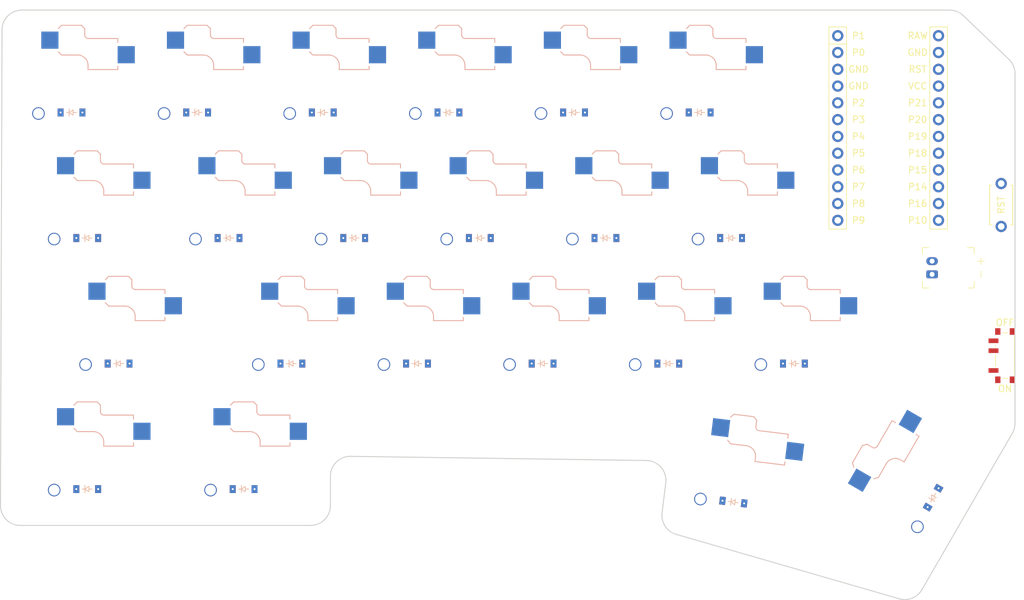
<source format=kicad_pcb>
(kicad_pcb (version 20240108) (generator "ergogen") (generator_version "4.2.1")
  (title_block (title "left_pcb") (date "2026-02-01") (rev "v1.0.0") (company "Unknown"))
  (layers (0 "F.Cu" signal) (31 "B.Cu" signal) (34 "B.Paste" user) (35 "F.Paste" user) (36 "B.SilkS" user "B.Silkscreen") (37 "F.SilkS" user "F.Silkscreen") (38 "B.Mask" user) (39 "F.Mask" user) (44 "Edge.Cuts" user))
  (net 0 "")
  (net 1 "P0")
  (net 2 "esc_default")
  (net 3 "GND")
  (net 4 "D1")
  (net 5 "D2")
  (net 6 "P1")
  (net 7 "q_default")
  (net 8 "P2")
  (net 9 "w_default")
  (net 10 "P3")
  (net 11 "e_default")
  (net 12 "P4")
  (net 13 "r_default")
  (net 14 "P5")
  (net 15 "t_default")
  (net 16 "tab_default")
  (net 17 "a_default")
  (net 18 "s_default")
  (net 19 "d_default")
  (net 20 "f_default")
  (net 21 "g_default")
  (net 22 "lshift_default")
  (net 23 "z_default")
  (net 24 "x_default")
  (net 25 "c_default")
  (net 26 "v_default")
  (net 27 "b_default")
  (net 28 "lctrl_default")
  (net 29 "super_default")
  (net 30 "lower_default")
  (net 31 "space_default")
  (net 32 "P6")
  (net 33 "P7")
  (net 34 "P8")
  (net 35 "P9")
  (net 36 "RAW")
  (net 37 "RST")
  (net 38 "VCC")
  (net 39 "P21")
  (net 40 "P20")
  (net 41 "P19")
  (net 42 "P18")
  (net 43 "P15")
  (net 44 "P14")
  (net 45 "P16")
  (net 46 "P10")
  (net 47 "P101")
  (net 48 "P102")
  (net 49 "P107")
  (net 50 "MCU1_24")
  (net 51 "MCU1_1")
  (net 52 "MCU1_23")
  (net 53 "MCU1_2")
  (net 54 "MCU1_22")
  (net 55 "MCU1_3")
  (net 56 "MCU1_21")
  (net 57 "MCU1_4")
  (net 58 "MCU1_20")
  (net 59 "MCU1_5")
  (net 60 "MCU1_19")
  (net 61 "MCU1_6")
  (net 62 "MCU1_18")
  (net 63 "MCU1_7")
  (net 64 "MCU1_17")
  (net 65 "MCU1_8")
  (net 66 "MCU1_16")
  (net 67 "MCU1_9")
  (net 68 "MCU1_15")
  (net 69 "MCU1_10")
  (net 70 "MCU1_14")
  (net 71 "MCU1_11")
  (net 72 "MCU1_13")
  (net 73 "MCU1_12")
  (net 74 "BAT_P")
  (net 75 "JST1_1")
  (net 76 "JST1_2")
  (footprint "ceoloide:switch_choc_v1_v2" (layer "B.Cu") (at 109.5 100 0)
    (property "Reference" "S1" hide)
    (pad "" np_thru_hole circle (at 0 0 0) (size 5 5) (drill 5) (layers "*.Cu" "*.Mask"))
    (pad "" np_thru_hole circle (at 5.5 0 0) (size 1.9 1.9) (drill 1.9) (layers "*.Cu" "*.Mask"))
    (pad "" np_thru_hole circle (at -5.5 0 0) (size 1.9 1.9) (drill 1.9) (layers "*.Cu" "*.Mask"))
    (pad "" thru_hole circle (at -5.00 5.15 0) (size 1.9 1.9) (drill 1.6) (layers "*.Cu" "*.Mask"))
    (pad "" np_thru_hole circle (at 0 -5.95 0) (size 3 3) (drill 3) (layers "*.Cu" "*.Mask"))
    (pad "1" smd rect (at -3.275 -5.95 0) (size 2.6 2.6) (layers "B.Cu" "B.Paste" "B.Mask") (net 1 "P0"))
    (pad "2" smd rect (at 8.275 -3.75 0) (size 2.6 2.6) (layers "B.Cu" "B.Paste" "B.Mask") (net 2 "esc_default"))
    (pad "" np_thru_hole circle (at 5 -3.75 195) (size 3 3) (drill 3) (layers "*.Cu" "*.Mask"))
  )
  (footprint "ceoloide:switch_choc_v1_v2" (layer "B.Cu") (at 128.5 100 0)
    (property "Reference" "S2" hide)
    (pad "" np_thru_hole circle (at 0 0 0) (size 5 5) (drill 5) (layers "*.Cu" "*.Mask"))
    (pad "" np_thru_hole circle (at 5.5 0 0) (size 1.9 1.9) (drill 1.9) (layers "*.Cu" "*.Mask"))
    (pad "" np_thru_hole circle (at -5.5 0 0) (size 1.9 1.9) (drill 1.9) (layers "*.Cu" "*.Mask"))
    (pad "" thru_hole circle (at -5.00 5.15 0) (size 1.9 1.9) (drill 1.6) (layers "*.Cu" "*.Mask"))
    (pad "" np_thru_hole circle (at 0 -5.95 0) (size 3 3) (drill 3) (layers "*.Cu" "*.Mask"))
    (pad "1" smd rect (at -3.275 -5.95 0) (size 2.6 2.6) (layers "B.Cu" "B.Paste" "B.Mask") (net 6 "P1"))
    (pad "2" smd rect (at 8.275 -3.75 0) (size 2.6 2.6) (layers "B.Cu" "B.Paste" "B.Mask") (net 7 "q_default"))
    (pad "" np_thru_hole circle (at 5 -3.75 195) (size 3 3) (drill 3) (layers "*.Cu" "*.Mask"))
  )
  (footprint "ceoloide:switch_choc_v1_v2" (layer "B.Cu") (at 147.5 100 0)
    (property "Reference" "S3" hide)
    (pad "" np_thru_hole circle (at 0 0 0) (size 5 5) (drill 5) (layers "*.Cu" "*.Mask"))
    (pad "" np_thru_hole circle (at 5.5 0 0) (size 1.9 1.9) (drill 1.9) (layers "*.Cu" "*.Mask"))
    (pad "" np_thru_hole circle (at -5.5 0 0) (size 1.9 1.9) (drill 1.9) (layers "*.Cu" "*.Mask"))
    (pad "" thru_hole circle (at -5.00 5.15 0) (size 1.9 1.9) (drill 1.6) (layers "*.Cu" "*.Mask"))
    (pad "" np_thru_hole circle (at 0 -5.95 0) (size 3 3) (drill 3) (layers "*.Cu" "*.Mask"))
    (pad "1" smd rect (at -3.275 -5.95 0) (size 2.6 2.6) (layers "B.Cu" "B.Paste" "B.Mask") (net 8 "P2"))
    (pad "2" smd rect (at 8.275 -3.75 0) (size 2.6 2.6) (layers "B.Cu" "B.Paste" "B.Mask") (net 9 "w_default"))
    (pad "" np_thru_hole circle (at 5 -3.75 195) (size 3 3) (drill 3) (layers "*.Cu" "*.Mask"))
  )
  (footprint "ceoloide:switch_choc_v1_v2" (layer "B.Cu") (at 166.5 100 0)
    (property "Reference" "S4" hide)
    (pad "" np_thru_hole circle (at 0 0 0) (size 5 5) (drill 5) (layers "*.Cu" "*.Mask"))
    (pad "" np_thru_hole circle (at 5.5 0 0) (size 1.9 1.9) (drill 1.9) (layers "*.Cu" "*.Mask"))
    (pad "" np_thru_hole circle (at -5.5 0 0) (size 1.9 1.9) (drill 1.9) (layers "*.Cu" "*.Mask"))
    (pad "" thru_hole circle (at -5.00 5.15 0) (size 1.9 1.9) (drill 1.6) (layers "*.Cu" "*.Mask"))
    (pad "" np_thru_hole circle (at 0 -5.95 0) (size 3 3) (drill 3) (layers "*.Cu" "*.Mask"))
    (pad "1" smd rect (at -3.275 -5.95 0) (size 2.6 2.6) (layers "B.Cu" "B.Paste" "B.Mask") (net 10 "P3"))
    (pad "2" smd rect (at 8.275 -3.75 0) (size 2.6 2.6) (layers "B.Cu" "B.Paste" "B.Mask") (net 11 "e_default"))
    (pad "" np_thru_hole circle (at 5 -3.75 195) (size 3 3) (drill 3) (layers "*.Cu" "*.Mask"))
  )
  (footprint "ceoloide:switch_choc_v1_v2" (layer "B.Cu") (at 185.5 100 0)
    (property "Reference" "S5" hide)
    (pad "" np_thru_hole circle (at 0 0 0) (size 5 5) (drill 5) (layers "*.Cu" "*.Mask"))
    (pad "" np_thru_hole circle (at 5.5 0 0) (size 1.9 1.9) (drill 1.9) (layers "*.Cu" "*.Mask"))
    (pad "" np_thru_hole circle (at -5.5 0 0) (size 1.9 1.9) (drill 1.9) (layers "*.Cu" "*.Mask"))
    (pad "" thru_hole circle (at -5.00 5.15 0) (size 1.9 1.9) (drill 1.6) (layers "*.Cu" "*.Mask"))
    (pad "" np_thru_hole circle (at 0 -5.95 0) (size 3 3) (drill 3) (layers "*.Cu" "*.Mask"))
    (pad "1" smd rect (at -3.275 -5.95 0) (size 2.6 2.6) (layers "B.Cu" "B.Paste" "B.Mask") (net 12 "P4"))
    (pad "2" smd rect (at 8.275 -3.75 0) (size 2.6 2.6) (layers "B.Cu" "B.Paste" "B.Mask") (net 13 "r_default"))
    (pad "" np_thru_hole circle (at 5 -3.75 195) (size 3 3) (drill 3) (layers "*.Cu" "*.Mask"))
  )
  (footprint "ceoloide:switch_choc_v1_v2" (layer "B.Cu") (at 204.5 100 0)
    (property "Reference" "S6" hide)
    (pad "" np_thru_hole circle (at 0 0 0) (size 5 5) (drill 5) (layers "*.Cu" "*.Mask"))
    (pad "" np_thru_hole circle (at 5.5 0 0) (size 1.9 1.9) (drill 1.9) (layers "*.Cu" "*.Mask"))
    (pad "" np_thru_hole circle (at -5.5 0 0) (size 1.9 1.9) (drill 1.9) (layers "*.Cu" "*.Mask"))
    (pad "" thru_hole circle (at -5.00 5.15 0) (size 1.9 1.9) (drill 1.6) (layers "*.Cu" "*.Mask"))
    (pad "" np_thru_hole circle (at 0 -5.95 0) (size 3 3) (drill 3) (layers "*.Cu" "*.Mask"))
    (pad "1" smd rect (at -3.275 -5.95 0) (size 2.6 2.6) (layers "B.Cu" "B.Paste" "B.Mask") (net 14 "P5"))
    (pad "2" smd rect (at 8.275 -3.75 0) (size 2.6 2.6) (layers "B.Cu" "B.Paste" "B.Mask") (net 15 "t_default"))
    (pad "" np_thru_hole circle (at 5 -3.75 195) (size 3 3) (drill 3) (layers "*.Cu" "*.Mask"))
  )
  (footprint "ceoloide:switch_choc_v1_v2" (layer "B.Cu") (at 111.875 119 0)
    (property "Reference" "S7" hide)
    (pad "" np_thru_hole circle (at 0 0 0) (size 5 5) (drill 5) (layers "*.Cu" "*.Mask"))
    (pad "" np_thru_hole circle (at 5.5 0 0) (size 1.9 1.9) (drill 1.9) (layers "*.Cu" "*.Mask"))
    (pad "" np_thru_hole circle (at -5.5 0 0) (size 1.9 1.9) (drill 1.9) (layers "*.Cu" "*.Mask"))
    (pad "" thru_hole circle (at -5.00 5.15 0) (size 1.9 1.9) (drill 1.6) (layers "*.Cu" "*.Mask"))
    (pad "" np_thru_hole circle (at 0 -5.95 0) (size 3 3) (drill 3) (layers "*.Cu" "*.Mask"))
    (pad "1" smd rect (at -3.275 -5.95 0) (size 2.6 2.6) (layers "B.Cu" "B.Paste" "B.Mask") (net 1 "P0"))
    (pad "2" smd rect (at 8.275 -3.75 0) (size 2.6 2.6) (layers "B.Cu" "B.Paste" "B.Mask") (net 16 "tab_default"))
    (pad "" np_thru_hole circle (at 5 -3.75 195) (size 3 3) (drill 3) (layers "*.Cu" "*.Mask"))
  )
  (footprint "ceoloide:switch_choc_v1_v2" (layer "B.Cu") (at 133.25 119 0)
    (property "Reference" "S8" hide)
    (pad "" np_thru_hole circle (at 0 0 0) (size 5 5) (drill 5) (layers "*.Cu" "*.Mask"))
    (pad "" np_thru_hole circle (at 5.5 0 0) (size 1.9 1.9) (drill 1.9) (layers "*.Cu" "*.Mask"))
    (pad "" np_thru_hole circle (at -5.5 0 0) (size 1.9 1.9) (drill 1.9) (layers "*.Cu" "*.Mask"))
    (pad "" thru_hole circle (at -5.00 5.15 0) (size 1.9 1.9) (drill 1.6) (layers "*.Cu" "*.Mask"))
    (pad "" np_thru_hole circle (at 0 -5.95 0) (size 3 3) (drill 3) (layers "*.Cu" "*.Mask"))
    (pad "1" smd rect (at -3.275 -5.95 0) (size 2.6 2.6) (layers "B.Cu" "B.Paste" "B.Mask") (net 6 "P1"))
    (pad "2" smd rect (at 8.275 -3.75 0) (size 2.6 2.6) (layers "B.Cu" "B.Paste" "B.Mask") (net 17 "a_default"))
    (pad "" np_thru_hole circle (at 5 -3.75 195) (size 3 3) (drill 3) (layers "*.Cu" "*.Mask"))
  )
  (footprint "ceoloide:switch_choc_v1_v2" (layer "B.Cu") (at 152.25 119 0)
    (property "Reference" "S9" hide)
    (pad "" np_thru_hole circle (at 0 0 0) (size 5 5) (drill 5) (layers "*.Cu" "*.Mask"))
    (pad "" np_thru_hole circle (at 5.5 0 0) (size 1.9 1.9) (drill 1.9) (layers "*.Cu" "*.Mask"))
    (pad "" np_thru_hole circle (at -5.5 0 0) (size 1.9 1.9) (drill 1.9) (layers "*.Cu" "*.Mask"))
    (pad "" thru_hole circle (at -5.00 5.15 0) (size 1.9 1.9) (drill 1.6) (layers "*.Cu" "*.Mask"))
    (pad "" np_thru_hole circle (at 0 -5.95 0) (size 3 3) (drill 3) (layers "*.Cu" "*.Mask"))
    (pad "1" smd rect (at -3.275 -5.95 0) (size 2.6 2.6) (layers "B.Cu" "B.Paste" "B.Mask") (net 8 "P2"))
    (pad "2" smd rect (at 8.275 -3.75 0) (size 2.6 2.6) (layers "B.Cu" "B.Paste" "B.Mask") (net 18 "s_default"))
    (pad "" np_thru_hole circle (at 5 -3.75 195) (size 3 3) (drill 3) (layers "*.Cu" "*.Mask"))
  )
  (footprint "ceoloide:switch_choc_v1_v2" (layer "B.Cu") (at 171.25 119 0)
    (property "Reference" "S10" hide)
    (pad "" np_thru_hole circle (at 0 0 0) (size 5 5) (drill 5) (layers "*.Cu" "*.Mask"))
    (pad "" np_thru_hole circle (at 5.5 0 0) (size 1.9 1.9) (drill 1.9) (layers "*.Cu" "*.Mask"))
    (pad "" np_thru_hole circle (at -5.5 0 0) (size 1.9 1.9) (drill 1.9) (layers "*.Cu" "*.Mask"))
    (pad "" thru_hole circle (at -5.00 5.15 0) (size 1.9 1.9) (drill 1.6) (layers "*.Cu" "*.Mask"))
    (pad "" np_thru_hole circle (at 0 -5.95 0) (size 3 3) (drill 3) (layers "*.Cu" "*.Mask"))
    (pad "1" smd rect (at -3.275 -5.95 0) (size 2.6 2.6) (layers "B.Cu" "B.Paste" "B.Mask") (net 10 "P3"))
    (pad "2" smd rect (at 8.275 -3.75 0) (size 2.6 2.6) (layers "B.Cu" "B.Paste" "B.Mask") (net 19 "d_default"))
    (pad "" np_thru_hole circle (at 5 -3.75 195) (size 3 3) (drill 3) (layers "*.Cu" "*.Mask"))
  )
  (footprint "ceoloide:switch_choc_v1_v2" (layer "B.Cu") (at 190.25 119 0)
    (property "Reference" "S11" hide)
    (pad "" np_thru_hole circle (at 0 0 0) (size 5 5) (drill 5) (layers "*.Cu" "*.Mask"))
    (pad "" np_thru_hole circle (at 5.5 0 0) (size 1.9 1.9) (drill 1.9) (layers "*.Cu" "*.Mask"))
    (pad "" np_thru_hole circle (at -5.5 0 0) (size 1.9 1.9) (drill 1.9) (layers "*.Cu" "*.Mask"))
    (pad "" thru_hole circle (at -5.00 5.15 0) (size 1.9 1.9) (drill 1.6) (layers "*.Cu" "*.Mask"))
    (pad "" np_thru_hole circle (at 0 -5.95 0) (size 3 3) (drill 3) (layers "*.Cu" "*.Mask"))
    (pad "1" smd rect (at -3.275 -5.95 0) (size 2.6 2.6) (layers "B.Cu" "B.Paste" "B.Mask") (net 12 "P4"))
    (pad "2" smd rect (at 8.275 -3.75 0) (size 2.6 2.6) (layers "B.Cu" "B.Paste" "B.Mask") (net 20 "f_default"))
    (pad "" np_thru_hole circle (at 5 -3.75 195) (size 3 3) (drill 3) (layers "*.Cu" "*.Mask"))
  )
  (footprint "ceoloide:switch_choc_v1_v2" (layer "B.Cu") (at 209.25 119 0)
    (property "Reference" "S12" hide)
    (pad "" np_thru_hole circle (at 0 0 0) (size 5 5) (drill 5) (layers "*.Cu" "*.Mask"))
    (pad "" np_thru_hole circle (at 5.5 0 0) (size 1.9 1.9) (drill 1.9) (layers "*.Cu" "*.Mask"))
    (pad "" np_thru_hole circle (at -5.5 0 0) (size 1.9 1.9) (drill 1.9) (layers "*.Cu" "*.Mask"))
    (pad "" thru_hole circle (at -5.00 5.15 0) (size 1.9 1.9) (drill 1.6) (layers "*.Cu" "*.Mask"))
    (pad "" np_thru_hole circle (at 0 -5.95 0) (size 3 3) (drill 3) (layers "*.Cu" "*.Mask"))
    (pad "1" smd rect (at -3.275 -5.95 0) (size 2.6 2.6) (layers "B.Cu" "B.Paste" "B.Mask") (net 14 "P5"))
    (pad "2" smd rect (at 8.275 -3.75 0) (size 2.6 2.6) (layers "B.Cu" "B.Paste" "B.Mask") (net 21 "g_default"))
    (pad "" np_thru_hole circle (at 5 -3.75 195) (size 3 3) (drill 3) (layers "*.Cu" "*.Mask"))
  )
  (footprint "ceoloide:switch_choc_v1_v2" (layer "B.Cu") (at 116.625 138 0)
    (property "Reference" "S13" hide)
    (pad "" np_thru_hole circle (at 0 0 0) (size 5 5) (drill 5) (layers "*.Cu" "*.Mask"))
    (pad "" np_thru_hole circle (at 5.5 0 0) (size 1.9 1.9) (drill 1.9) (layers "*.Cu" "*.Mask"))
    (pad "" np_thru_hole circle (at -5.5 0 0) (size 1.9 1.9) (drill 1.9) (layers "*.Cu" "*.Mask"))
    (pad "" thru_hole circle (at -5.00 5.15 0) (size 1.9 1.9) (drill 1.6) (layers "*.Cu" "*.Mask"))
    (pad "" np_thru_hole circle (at 0 -5.95 0) (size 3 3) (drill 3) (layers "*.Cu" "*.Mask"))
    (pad "1" smd rect (at -3.275 -5.95 0) (size 2.6 2.6) (layers "B.Cu" "B.Paste" "B.Mask") (net 1 "P0"))
    (pad "2" smd rect (at 8.275 -3.75 0) (size 2.6 2.6) (layers "B.Cu" "B.Paste" "B.Mask") (net 22 "lshift_default"))
    (pad "" np_thru_hole circle (at 5 -3.75 195) (size 3 3) (drill 3) (layers "*.Cu" "*.Mask"))
  )
  (footprint "ceoloide:switch_choc_v1_v2" (layer "B.Cu") (at 142.75 138 0)
    (property "Reference" "S14" hide)
    (pad "" np_thru_hole circle (at 0 0 0) (size 5 5) (drill 5) (layers "*.Cu" "*.Mask"))
    (pad "" np_thru_hole circle (at 5.5 0 0) (size 1.9 1.9) (drill 1.9) (layers "*.Cu" "*.Mask"))
    (pad "" np_thru_hole circle (at -5.5 0 0) (size 1.9 1.9) (drill 1.9) (layers "*.Cu" "*.Mask"))
    (pad "" thru_hole circle (at -5.00 5.15 0) (size 1.9 1.9) (drill 1.6) (layers "*.Cu" "*.Mask"))
    (pad "" np_thru_hole circle (at 0 -5.95 0) (size 3 3) (drill 3) (layers "*.Cu" "*.Mask"))
    (pad "1" smd rect (at -3.275 -5.95 0) (size 2.6 2.6) (layers "B.Cu" "B.Paste" "B.Mask") (net 6 "P1"))
    (pad "2" smd rect (at 8.275 -3.75 0) (size 2.6 2.6) (layers "B.Cu" "B.Paste" "B.Mask") (net 23 "z_default"))
    (pad "" np_thru_hole circle (at 5 -3.75 195) (size 3 3) (drill 3) (layers "*.Cu" "*.Mask"))
  )
  (footprint "ceoloide:switch_choc_v1_v2" (layer "B.Cu") (at 161.75 138 0)
    (property "Reference" "S15" hide)
    (pad "" np_thru_hole circle (at 0 0 0) (size 5 5) (drill 5) (layers "*.Cu" "*.Mask"))
    (pad "" np_thru_hole circle (at 5.5 0 0) (size 1.9 1.9) (drill 1.9) (layers "*.Cu" "*.Mask"))
    (pad "" np_thru_hole circle (at -5.5 0 0) (size 1.9 1.9) (drill 1.9) (layers "*.Cu" "*.Mask"))
    (pad "" thru_hole circle (at -5.00 5.15 0) (size 1.9 1.9) (drill 1.6) (layers "*.Cu" "*.Mask"))
    (pad "" np_thru_hole circle (at 0 -5.95 0) (size 3 3) (drill 3) (layers "*.Cu" "*.Mask"))
    (pad "1" smd rect (at -3.275 -5.95 0) (size 2.6 2.6) (layers "B.Cu" "B.Paste" "B.Mask") (net 8 "P2"))
    (pad "2" smd rect (at 8.275 -3.75 0) (size 2.6 2.6) (layers "B.Cu" "B.Paste" "B.Mask") (net 24 "x_default"))
    (pad "" np_thru_hole circle (at 5 -3.75 195) (size 3 3) (drill 3) (layers "*.Cu" "*.Mask"))
  )
  (footprint "ceoloide:switch_choc_v1_v2" (layer "B.Cu") (at 180.75 138 0)
    (property "Reference" "S16" hide)
    (pad "" np_thru_hole circle (at 0 0 0) (size 5 5) (drill 5) (layers "*.Cu" "*.Mask"))
    (pad "" np_thru_hole circle (at 5.5 0 0) (size 1.9 1.9) (drill 1.9) (layers "*.Cu" "*.Mask"))
    (pad "" np_thru_hole circle (at -5.5 0 0) (size 1.9 1.9) (drill 1.9) (layers "*.Cu" "*.Mask"))
    (pad "" thru_hole circle (at -5.00 5.15 0) (size 1.9 1.9) (drill 1.6) (layers "*.Cu" "*.Mask"))
    (pad "" np_thru_hole circle (at 0 -5.95 0) (size 3 3) (drill 3) (layers "*.Cu" "*.Mask"))
    (pad "1" smd rect (at -3.275 -5.95 0) (size 2.6 2.6) (layers "B.Cu" "B.Paste" "B.Mask") (net 10 "P3"))
    (pad "2" smd rect (at 8.275 -3.75 0) (size 2.6 2.6) (layers "B.Cu" "B.Paste" "B.Mask") (net 25 "c_default"))
    (pad "" np_thru_hole circle (at 5 -3.75 195) (size 3 3) (drill 3) (layers "*.Cu" "*.Mask"))
  )
  (footprint "ceoloide:switch_choc_v1_v2" (layer "B.Cu") (at 199.75 138 0)
    (property "Reference" "S17" hide)
    (pad "" np_thru_hole circle (at 0 0 0) (size 5 5) (drill 5) (layers "*.Cu" "*.Mask"))
    (pad "" np_thru_hole circle (at 5.5 0 0) (size 1.9 1.9) (drill 1.9) (layers "*.Cu" "*.Mask"))
    (pad "" np_thru_hole circle (at -5.5 0 0) (size 1.9 1.9) (drill 1.9) (layers "*.Cu" "*.Mask"))
    (pad "" thru_hole circle (at -5.00 5.15 0) (size 1.9 1.9) (drill 1.6) (layers "*.Cu" "*.Mask"))
    (pad "" np_thru_hole circle (at 0 -5.95 0) (size 3 3) (drill 3) (layers "*.Cu" "*.Mask"))
    (pad "1" smd rect (at -3.275 -5.95 0) (size 2.6 2.6) (layers "B.Cu" "B.Paste" "B.Mask") (net 12 "P4"))
    (pad "2" smd rect (at 8.275 -3.75 0) (size 2.6 2.6) (layers "B.Cu" "B.Paste" "B.Mask") (net 26 "v_default"))
    (pad "" np_thru_hole circle (at 5 -3.75 195) (size 3 3) (drill 3) (layers "*.Cu" "*.Mask"))
  )
  (footprint "ceoloide:switch_choc_v1_v2" (layer "B.Cu") (at 218.75 138 0)
    (property "Reference" "S18" hide)
    (pad "" np_thru_hole circle (at 0 0 0) (size 5 5) (drill 5) (layers "*.Cu" "*.Mask"))
    (pad "" np_thru_hole circle (at 5.5 0 0) (size 1.9 1.9) (drill 1.9) (layers "*.Cu" "*.Mask"))
    (pad "" np_thru_hole circle (at -5.5 0 0) (size 1.9 1.9) (drill 1.9) (layers "*.Cu" "*.Mask"))
    (pad "" thru_hole circle (at -5.00 5.15 0) (size 1.9 1.9) (drill 1.6) (layers "*.Cu" "*.Mask"))
    (pad "" np_thru_hole circle (at 0 -5.95 0) (size 3 3) (drill 3) (layers "*.Cu" "*.Mask"))
    (pad "1" smd rect (at -3.275 -5.95 0) (size 2.6 2.6) (layers "B.Cu" "B.Paste" "B.Mask") (net 14 "P5"))
    (pad "2" smd rect (at 8.275 -3.75 0) (size 2.6 2.6) (layers "B.Cu" "B.Paste" "B.Mask") (net 27 "b_default"))
    (pad "" np_thru_hole circle (at 5 -3.75 195) (size 3 3) (drill 3) (layers "*.Cu" "*.Mask"))
  )
  (footprint "ceoloide:switch_choc_v1_v2" (layer "B.Cu") (at 111.875 157 0)
    (property "Reference" "S19" hide)
    (pad "" np_thru_hole circle (at 0 0 0) (size 5 5) (drill 5) (layers "*.Cu" "*.Mask"))
    (pad "" np_thru_hole circle (at 5.5 0 0) (size 1.9 1.9) (drill 1.9) (layers "*.Cu" "*.Mask"))
    (pad "" np_thru_hole circle (at -5.5 0 0) (size 1.9 1.9) (drill 1.9) (layers "*.Cu" "*.Mask"))
    (pad "" thru_hole circle (at -5.00 5.15 0) (size 1.9 1.9) (drill 1.6) (layers "*.Cu" "*.Mask"))
    (pad "" np_thru_hole circle (at 0 -5.95 0) (size 3 3) (drill 3) (layers "*.Cu" "*.Mask"))
    (pad "1" smd rect (at -3.275 -5.95 0) (size 2.6 2.6) (layers "B.Cu" "B.Paste" "B.Mask") (net 1 "P0"))
    (pad "2" smd rect (at 8.275 -3.75 0) (size 2.6 2.6) (layers "B.Cu" "B.Paste" "B.Mask") (net 28 "lctrl_default"))
    (pad "" np_thru_hole circle (at 5 -3.75 195) (size 3 3) (drill 3) (layers "*.Cu" "*.Mask"))
  )
  (footprint "ceoloide:switch_choc_v1_v2" (layer "B.Cu") (at 135.53 157 0)
    (property "Reference" "S20" hide)
    (pad "" np_thru_hole circle (at 0 0 0) (size 5 5) (drill 5) (layers "*.Cu" "*.Mask"))
    (pad "" np_thru_hole circle (at 5.5 0 0) (size 1.9 1.9) (drill 1.9) (layers "*.Cu" "*.Mask"))
    (pad "" np_thru_hole circle (at -5.5 0 0) (size 1.9 1.9) (drill 1.9) (layers "*.Cu" "*.Mask"))
    (pad "" thru_hole circle (at -5.00 5.15 0) (size 1.9 1.9) (drill 1.6) (layers "*.Cu" "*.Mask"))
    (pad "" np_thru_hole circle (at 0 -5.95 0) (size 3 3) (drill 3) (layers "*.Cu" "*.Mask"))
    (pad "1" smd rect (at -3.275 -5.95 0) (size 2.6 2.6) (layers "B.Cu" "B.Paste" "B.Mask") (net 6 "P1"))
    (pad "2" smd rect (at 8.275 -3.75 0) (size 2.6 2.6) (layers "B.Cu" "B.Paste" "B.Mask") (net 29 "super_default"))
    (pad "" np_thru_hole circle (at 5 -3.75 195) (size 3 3) (drill 3) (layers "*.Cu" "*.Mask"))
  )
  (footprint "ceoloide:switch_choc_v1_v2" (layer "B.Cu") (at 210.2 159 -7)
    (property "Reference" "S21" hide)
    (pad "" np_thru_hole circle (at 0 0 -7) (size 5 5) (drill 5) (layers "*.Cu" "*.Mask"))
    (pad "" np_thru_hole circle (at 5.5 0 -7) (size 1.9 1.9) (drill 1.9) (layers "*.Cu" "*.Mask"))
    (pad "" np_thru_hole circle (at -5.5 0 -7) (size 1.9 1.9) (drill 1.9) (layers "*.Cu" "*.Mask"))
    (pad "" thru_hole circle (at -5.00 5.15 -7) (size 1.9 1.9) (drill 1.6) (layers "*.Cu" "*.Mask"))
    (pad "" np_thru_hole circle (at 0 -5.95 -7) (size 3 3) (drill 3) (layers "*.Cu" "*.Mask"))
    (pad "1" smd rect (at -3.275 -5.95 -7) (size 2.6 2.6) (layers "B.Cu" "B.Paste" "B.Mask") (net 14 "P5"))
    (pad "2" smd rect (at 8.275 -3.75 -7) (size 2.6 2.6) (layers "B.Cu" "B.Paste" "B.Mask") (net 30 "lower_default"))
    (pad "" np_thru_hole circle (at 5 -3.75 188) (size 3 3) (drill 3) (layers "*.Cu" "*.Mask"))
  )
  (footprint "ceoloide:switch_choc_v1_v2" (layer "B.Cu") (at 235.47 160.8 60)
    (property "Reference" "S22" hide)
    (pad "" np_thru_hole circle (at 0 0 60) (size 5 5) (drill 5) (layers "*.Cu" "*.Mask"))
    (pad "" np_thru_hole circle (at 5.5 0 60) (size 1.9 1.9) (drill 1.9) (layers "*.Cu" "*.Mask"))
    (pad "" np_thru_hole circle (at -5.5 0 60) (size 1.9 1.9) (drill 1.9) (layers "*.Cu" "*.Mask"))
    (pad "" thru_hole circle (at -5.00 5.15 60) (size 1.9 1.9) (drill 1.6) (layers "*.Cu" "*.Mask"))
    (pad "" np_thru_hole circle (at 0 -5.95 60) (size 3 3) (drill 3) (layers "*.Cu" "*.Mask"))
    (pad "1" smd rect (at -3.275 -5.95 60) (size 2.6 2.6) (layers "B.Cu" "B.Paste" "B.Mask") (net 14 "P5"))
    (pad "2" smd rect (at 8.275 -3.75 60) (size 2.6 2.6) (layers "B.Cu" "B.Paste" "B.Mask") (net 31 "space_default"))
    (pad "" np_thru_hole circle (at 5 -3.75 255) (size 3 3) (drill 3) (layers "*.Cu" "*.Mask"))
  )
  (module ComboDiode (layer F.Cu) (at 109.5 105 0)
    (fp_text reference "D1" hide)
    (fp_text value "" hide)
    (pad 1 smd rect (at -1.65 0 0) (size 0.9 1.2) (layers F.Cu F.Paste F.Mask) (net 32 "P6"))
    (pad 2 smd rect (at 1.65 0 0) (size 0.9 1.2) (layers B.Cu B.Paste B.Mask) (net 2 "esc_default"))
    (pad 1 smd rect (at -1.65 0 0) (size 0.9 1.2) (layers B.Cu B.Paste B.Mask) (net 32 "P6"))
    (pad 2 smd rect (at 1.65 0 0) (size 0.9 1.2) (layers F.Cu F.Paste F.Mask) (net 2 "esc_default"))
    (pad 1 thru_hole circle (at -1.65 0 0) (size 0.6 0.6) (drill 0.3) (layers "*.Cu") (net 32 "P6"))
    (pad 1 thru_hole circle (at 1.65 0 0) (size 0.6 0.6) (drill 0.3) (layers "*.Cu") (net 2 "esc_default"))
  )
  (module ComboDiode (layer F.Cu) (at 128.5 105 0)
    (fp_text reference "D2" hide)
    (fp_text value "" hide)
    (pad 1 smd rect (at -1.65 0 0) (size 0.9 1.2) (layers F.Cu F.Paste F.Mask) (net 32 "P6"))
    (pad 2 smd rect (at 1.65 0 0) (size 0.9 1.2) (layers B.Cu B.Paste B.Mask) (net 7 "q_default"))
    (pad 1 smd rect (at -1.65 0 0) (size 0.9 1.2) (layers B.Cu B.Paste B.Mask) (net 32 "P6"))
    (pad 2 smd rect (at 1.65 0 0) (size 0.9 1.2) (layers F.Cu F.Paste F.Mask) (net 7 "q_default"))
    (pad 1 thru_hole circle (at -1.65 0 0) (size 0.6 0.6) (drill 0.3) (layers "*.Cu") (net 32 "P6"))
    (pad 1 thru_hole circle (at 1.65 0 0) (size 0.6 0.6) (drill 0.3) (layers "*.Cu") (net 7 "q_default"))
  )
  (module ComboDiode (layer F.Cu) (at 147.5 105 0)
    (fp_text reference "D3" hide)
    (fp_text value "" hide)
    (pad 1 smd rect (at -1.65 0 0) (size 0.9 1.2) (layers F.Cu F.Paste F.Mask) (net 32 "P6"))
    (pad 2 smd rect (at 1.65 0 0) (size 0.9 1.2) (layers B.Cu B.Paste B.Mask) (net 9 "w_default"))
    (pad 1 smd rect (at -1.65 0 0) (size 0.9 1.2) (layers B.Cu B.Paste B.Mask) (net 32 "P6"))
    (pad 2 smd rect (at 1.65 0 0) (size 0.9 1.2) (layers F.Cu F.Paste F.Mask) (net 9 "w_default"))
    (pad 1 thru_hole circle (at -1.65 0 0) (size 0.6 0.6) (drill 0.3) (layers "*.Cu") (net 32 "P6"))
    (pad 1 thru_hole circle (at 1.65 0 0) (size 0.6 0.6) (drill 0.3) (layers "*.Cu") (net 9 "w_default"))
  )
  (module ComboDiode (layer F.Cu) (at 166.5 105 0)
    (fp_text reference "D4" hide)
    (fp_text value "" hide)
    (pad 1 smd rect (at -1.65 0 0) (size 0.9 1.2) (layers F.Cu F.Paste F.Mask) (net 32 "P6"))
    (pad 2 smd rect (at 1.65 0 0) (size 0.9 1.2) (layers B.Cu B.Paste B.Mask) (net 11 "e_default"))
    (pad 1 smd rect (at -1.65 0 0) (size 0.9 1.2) (layers B.Cu B.Paste B.Mask) (net 32 "P6"))
    (pad 2 smd rect (at 1.65 0 0) (size 0.9 1.2) (layers F.Cu F.Paste F.Mask) (net 11 "e_default"))
    (pad 1 thru_hole circle (at -1.65 0 0) (size 0.6 0.6) (drill 0.3) (layers "*.Cu") (net 32 "P6"))
    (pad 1 thru_hole circle (at 1.65 0 0) (size 0.6 0.6) (drill 0.3) (layers "*.Cu") (net 11 "e_default"))
  )
  (module ComboDiode (layer F.Cu) (at 185.5 105 0)
    (fp_text reference "D5" hide)
    (fp_text value "" hide)
    (pad 1 smd rect (at -1.65 0 0) (size 0.9 1.2) (layers F.Cu F.Paste F.Mask) (net 32 "P6"))
    (pad 2 smd rect (at 1.65 0 0) (size 0.9 1.2) (layers B.Cu B.Paste B.Mask) (net 13 "r_default"))
    (pad 1 smd rect (at -1.65 0 0) (size 0.9 1.2) (layers B.Cu B.Paste B.Mask) (net 32 "P6"))
    (pad 2 smd rect (at 1.65 0 0) (size 0.9 1.2) (layers F.Cu F.Paste F.Mask) (net 13 "r_default"))
    (pad 1 thru_hole circle (at -1.65 0 0) (size 0.6 0.6) (drill 0.3) (layers "*.Cu") (net 32 "P6"))
    (pad 1 thru_hole circle (at 1.65 0 0) (size 0.6 0.6) (drill 0.3) (layers "*.Cu") (net 13 "r_default"))
  )
  (module ComboDiode (layer F.Cu) (at 204.5 105 0)
    (fp_text reference "D6" hide)
    (fp_text value "" hide)
    (pad 1 smd rect (at -1.65 0 0) (size 0.9 1.2) (layers F.Cu F.Paste F.Mask) (net 32 "P6"))
    (pad 2 smd rect (at 1.65 0 0) (size 0.9 1.2) (layers B.Cu B.Paste B.Mask) (net 15 "t_default"))
    (pad 1 smd rect (at -1.65 0 0) (size 0.9 1.2) (layers B.Cu B.Paste B.Mask) (net 32 "P6"))
    (pad 2 smd rect (at 1.65 0 0) (size 0.9 1.2) (layers F.Cu F.Paste F.Mask) (net 15 "t_default"))
    (pad 1 thru_hole circle (at -1.65 0 0) (size 0.6 0.6) (drill 0.3) (layers "*.Cu") (net 32 "P6"))
    (pad 1 thru_hole circle (at 1.65 0 0) (size 0.6 0.6) (drill 0.3) (layers "*.Cu") (net 15 "t_default"))
  )
  (module ComboDiode (layer F.Cu) (at 111.875 124 0)
    (fp_text reference "D7" hide)
    (fp_text value "" hide)
    (pad 1 smd rect (at -1.65 0 0) (size 0.9 1.2) (layers F.Cu F.Paste F.Mask) (net 33 "P7"))
    (pad 2 smd rect (at 1.65 0 0) (size 0.9 1.2) (layers B.Cu B.Paste B.Mask) (net 16 "tab_default"))
    (pad 1 smd rect (at -1.65 0 0) (size 0.9 1.2) (layers B.Cu B.Paste B.Mask) (net 33 "P7"))
    (pad 2 smd rect (at 1.65 0 0) (size 0.9 1.2) (layers F.Cu F.Paste F.Mask) (net 16 "tab_default"))
    (pad 1 thru_hole circle (at -1.65 0 0) (size 0.6 0.6) (drill 0.3) (layers "*.Cu") (net 33 "P7"))
    (pad 1 thru_hole circle (at 1.65 0 0) (size 0.6 0.6) (drill 0.3) (layers "*.Cu") (net 16 "tab_default"))
  )
  (module ComboDiode (layer F.Cu) (at 133.25 124 0)
    (fp_text reference "D8" hide)
    (fp_text value "" hide)
    (pad 1 smd rect (at -1.65 0 0) (size 0.9 1.2) (layers F.Cu F.Paste F.Mask) (net 33 "P7"))
    (pad 2 smd rect (at 1.65 0 0) (size 0.9 1.2) (layers B.Cu B.Paste B.Mask) (net 17 "a_default"))
    (pad 1 smd rect (at -1.65 0 0) (size 0.9 1.2) (layers B.Cu B.Paste B.Mask) (net 33 "P7"))
    (pad 2 smd rect (at 1.65 0 0) (size 0.9 1.2) (layers F.Cu F.Paste F.Mask) (net 17 "a_default"))
    (pad 1 thru_hole circle (at -1.65 0 0) (size 0.6 0.6) (drill 0.3) (layers "*.Cu") (net 33 "P7"))
    (pad 1 thru_hole circle (at 1.65 0 0) (size 0.6 0.6) (drill 0.3) (layers "*.Cu") (net 17 "a_default"))
  )
  (module ComboDiode (layer F.Cu) (at 152.25 124 0)
    (fp_text reference "D9" hide)
    (fp_text value "" hide)
    (pad 1 smd rect (at -1.65 0 0) (size 0.9 1.2) (layers F.Cu F.Paste F.Mask) (net 33 "P7"))
    (pad 2 smd rect (at 1.65 0 0) (size 0.9 1.2) (layers B.Cu B.Paste B.Mask) (net 18 "s_default"))
    (pad 1 smd rect (at -1.65 0 0) (size 0.9 1.2) (layers B.Cu B.Paste B.Mask) (net 33 "P7"))
    (pad 2 smd rect (at 1.65 0 0) (size 0.9 1.2) (layers F.Cu F.Paste F.Mask) (net 18 "s_default"))
    (pad 1 thru_hole circle (at -1.65 0 0) (size 0.6 0.6) (drill 0.3) (layers "*.Cu") (net 33 "P7"))
    (pad 1 thru_hole circle (at 1.65 0 0) (size 0.6 0.6) (drill 0.3) (layers "*.Cu") (net 18 "s_default"))
  )
  (module ComboDiode (layer F.Cu) (at 171.25 124 0)
    (fp_text reference "D10" hide)
    (fp_text value "" hide)
    (pad 1 smd rect (at -1.65 0 0) (size 0.9 1.2) (layers F.Cu F.Paste F.Mask) (net 33 "P7"))
    (pad 2 smd rect (at 1.65 0 0) (size 0.9 1.2) (layers B.Cu B.Paste B.Mask) (net 19 "d_default"))
    (pad 1 smd rect (at -1.65 0 0) (size 0.9 1.2) (layers B.Cu B.Paste B.Mask) (net 33 "P7"))
    (pad 2 smd rect (at 1.65 0 0) (size 0.9 1.2) (layers F.Cu F.Paste F.Mask) (net 19 "d_default"))
    (pad 1 thru_hole circle (at -1.65 0 0) (size 0.6 0.6) (drill 0.3) (layers "*.Cu") (net 33 "P7"))
    (pad 1 thru_hole circle (at 1.65 0 0) (size 0.6 0.6) (drill 0.3) (layers "*.Cu") (net 19 "d_default"))
  )
  (module ComboDiode (layer F.Cu) (at 190.25 124 0)
    (fp_text reference "D11" hide)
    (fp_text value "" hide)
    (pad 1 smd rect (at -1.65 0 0) (size 0.9 1.2) (layers F.Cu F.Paste F.Mask) (net 33 "P7"))
    (pad 2 smd rect (at 1.65 0 0) (size 0.9 1.2) (layers B.Cu B.Paste B.Mask) (net 20 "f_default"))
    (pad 1 smd rect (at -1.65 0 0) (size 0.9 1.2) (layers B.Cu B.Paste B.Mask) (net 33 "P7"))
    (pad 2 smd rect (at 1.65 0 0) (size 0.9 1.2) (layers F.Cu F.Paste F.Mask) (net 20 "f_default"))
    (pad 1 thru_hole circle (at -1.65 0 0) (size 0.6 0.6) (drill 0.3) (layers "*.Cu") (net 33 "P7"))
    (pad 1 thru_hole circle (at 1.65 0 0) (size 0.6 0.6) (drill 0.3) (layers "*.Cu") (net 20 "f_default"))
  )
  (module ComboDiode (layer F.Cu) (at 209.25 124 0)
    (fp_text reference "D12" hide)
    (fp_text value "" hide)
    (pad 1 smd rect (at -1.65 0 0) (size 0.9 1.2) (layers F.Cu F.Paste F.Mask) (net 33 "P7"))
    (pad 2 smd rect (at 1.65 0 0) (size 0.9 1.2) (layers B.Cu B.Paste B.Mask) (net 21 "g_default"))
    (pad 1 smd rect (at -1.65 0 0) (size 0.9 1.2) (layers B.Cu B.Paste B.Mask) (net 33 "P7"))
    (pad 2 smd rect (at 1.65 0 0) (size 0.9 1.2) (layers F.Cu F.Paste F.Mask) (net 21 "g_default"))
    (pad 1 thru_hole circle (at -1.65 0 0) (size 0.6 0.6) (drill 0.3) (layers "*.Cu") (net 33 "P7"))
    (pad 1 thru_hole circle (at 1.65 0 0) (size 0.6 0.6) (drill 0.3) (layers "*.Cu") (net 21 "g_default"))
  )
  (module ComboDiode (layer F.Cu) (at 116.625 143 0)
    (fp_text reference "D13" hide)
    (fp_text value "" hide)
    (pad 1 smd rect (at -1.65 0 0) (size 0.9 1.2) (layers F.Cu F.Paste F.Mask) (net 34 "P8"))
    (pad 2 smd rect (at 1.65 0 0) (size 0.9 1.2) (layers B.Cu B.Paste B.Mask) (net 22 "lshift_default"))
    (pad 1 smd rect (at -1.65 0 0) (size 0.9 1.2) (layers B.Cu B.Paste B.Mask) (net 34 "P8"))
    (pad 2 smd rect (at 1.65 0 0) (size 0.9 1.2) (layers F.Cu F.Paste F.Mask) (net 22 "lshift_default"))
    (pad 1 thru_hole circle (at -1.65 0 0) (size 0.6 0.6) (drill 0.3) (layers "*.Cu") (net 34 "P8"))
    (pad 1 thru_hole circle (at 1.65 0 0) (size 0.6 0.6) (drill 0.3) (layers "*.Cu") (net 22 "lshift_default"))
  )
  (module ComboDiode (layer F.Cu) (at 142.75 143 0)
    (fp_text reference "D14" hide)
    (fp_text value "" hide)
    (pad 1 smd rect (at -1.65 0 0) (size 0.9 1.2) (layers F.Cu F.Paste F.Mask) (net 34 "P8"))
    (pad 2 smd rect (at 1.65 0 0) (size 0.9 1.2) (layers B.Cu B.Paste B.Mask) (net 23 "z_default"))
    (pad 1 smd rect (at -1.65 0 0) (size 0.9 1.2) (layers B.Cu B.Paste B.Mask) (net 34 "P8"))
    (pad 2 smd rect (at 1.65 0 0) (size 0.9 1.2) (layers F.Cu F.Paste F.Mask) (net 23 "z_default"))
    (pad 1 thru_hole circle (at -1.65 0 0) (size 0.6 0.6) (drill 0.3) (layers "*.Cu") (net 34 "P8"))
    (pad 1 thru_hole circle (at 1.65 0 0) (size 0.6 0.6) (drill 0.3) (layers "*.Cu") (net 23 "z_default"))
  )
  (module ComboDiode (layer F.Cu) (at 161.75 143 0)
    (fp_text reference "D15" hide)
    (fp_text value "" hide)
    (pad 1 smd rect (at -1.65 0 0) (size 0.9 1.2) (layers F.Cu F.Paste F.Mask) (net 34 "P8"))
    (pad 2 smd rect (at 1.65 0 0) (size 0.9 1.2) (layers B.Cu B.Paste B.Mask) (net 24 "x_default"))
    (pad 1 smd rect (at -1.65 0 0) (size 0.9 1.2) (layers B.Cu B.Paste B.Mask) (net 34 "P8"))
    (pad 2 smd rect (at 1.65 0 0) (size 0.9 1.2) (layers F.Cu F.Paste F.Mask) (net 24 "x_default"))
    (pad 1 thru_hole circle (at -1.65 0 0) (size 0.6 0.6) (drill 0.3) (layers "*.Cu") (net 34 "P8"))
    (pad 1 thru_hole circle (at 1.65 0 0) (size 0.6 0.6) (drill 0.3) (layers "*.Cu") (net 24 "x_default"))
  )
  (module ComboDiode (layer F.Cu) (at 180.75 143 0)
    (fp_text reference "D16" hide)
    (fp_text value "" hide)
    (pad 1 smd rect (at -1.65 0 0) (size 0.9 1.2) (layers F.Cu F.Paste F.Mask) (net 34 "P8"))
    (pad 2 smd rect (at 1.65 0 0) (size 0.9 1.2) (layers B.Cu B.Paste B.Mask) (net 25 "c_default"))
    (pad 1 smd rect (at -1.65 0 0) (size 0.9 1.2) (layers B.Cu B.Paste B.Mask) (net 34 "P8"))
    (pad 2 smd rect (at 1.65 0 0) (size 0.9 1.2) (layers F.Cu F.Paste F.Mask) (net 25 "c_default"))
    (pad 1 thru_hole circle (at -1.65 0 0) (size 0.6 0.6) (drill 0.3) (layers "*.Cu") (net 34 "P8"))
    (pad 1 thru_hole circle (at 1.65 0 0) (size 0.6 0.6) (drill 0.3) (layers "*.Cu") (net 25 "c_default"))
  )
  (module ComboDiode (layer F.Cu) (at 199.75 143 0)
    (fp_text reference "D17" hide)
    (fp_text value "" hide)
    (pad 1 smd rect (at -1.65 0 0) (size 0.9 1.2) (layers F.Cu F.Paste F.Mask) (net 34 "P8"))
    (pad 2 smd rect (at 1.65 0 0) (size 0.9 1.2) (layers B.Cu B.Paste B.Mask) (net 26 "v_default"))
    (pad 1 smd rect (at -1.65 0 0) (size 0.9 1.2) (layers B.Cu B.Paste B.Mask) (net 34 "P8"))
    (pad 2 smd rect (at 1.65 0 0) (size 0.9 1.2) (layers F.Cu F.Paste F.Mask) (net 26 "v_default"))
    (pad 1 thru_hole circle (at -1.65 0 0) (size 0.6 0.6) (drill 0.3) (layers "*.Cu") (net 34 "P8"))
    (pad 1 thru_hole circle (at 1.65 0 0) (size 0.6 0.6) (drill 0.3) (layers "*.Cu") (net 26 "v_default"))
  )
  (module ComboDiode (layer F.Cu) (at 218.75 143 0)
    (fp_text reference "D18" hide)
    (fp_text value "" hide)
    (pad 1 smd rect (at -1.65 0 0) (size 0.9 1.2) (layers F.Cu F.Paste F.Mask) (net 34 "P8"))
    (pad 2 smd rect (at 1.65 0 0) (size 0.9 1.2) (layers B.Cu B.Paste B.Mask) (net 27 "b_default"))
    (pad 1 smd rect (at -1.65 0 0) (size 0.9 1.2) (layers B.Cu B.Paste B.Mask) (net 34 "P8"))
    (pad 2 smd rect (at 1.65 0 0) (size 0.9 1.2) (layers F.Cu F.Paste F.Mask) (net 27 "b_default"))
    (pad 1 thru_hole circle (at -1.65 0 0) (size 0.6 0.6) (drill 0.3) (layers "*.Cu") (net 34 "P8"))
    (pad 1 thru_hole circle (at 1.65 0 0) (size 0.6 0.6) (drill 0.3) (layers "*.Cu") (net 27 "b_default"))
  )
  (module ComboDiode (layer F.Cu) (at 111.875 162 0)
    (fp_text reference "D19" hide)
    (fp_text value "" hide)
    (pad 1 smd rect (at -1.65 0 0) (size 0.9 1.2) (layers F.Cu F.Paste F.Mask) (net 35 "P9"))
    (pad 2 smd rect (at 1.65 0 0) (size 0.9 1.2) (layers B.Cu B.Paste B.Mask) (net 28 "lctrl_default"))
    (pad 1 smd rect (at -1.65 0 0) (size 0.9 1.2) (layers B.Cu B.Paste B.Mask) (net 35 "P9"))
    (pad 2 smd rect (at 1.65 0 0) (size 0.9 1.2) (layers F.Cu F.Paste F.Mask) (net 28 "lctrl_default"))
    (pad 1 thru_hole circle (at -1.65 0 0) (size 0.6 0.6) (drill 0.3) (layers "*.Cu") (net 35 "P9"))
    (pad 1 thru_hole circle (at 1.65 0 0) (size 0.6 0.6) (drill 0.3) (layers "*.Cu") (net 28 "lctrl_default"))
  )
  (module ComboDiode (layer F.Cu) (at 135.53 162 0)
    (fp_text reference "D20" hide)
    (fp_text value "" hide)
    (pad 1 smd rect (at -1.65 0 0) (size 0.9 1.2) (layers F.Cu F.Paste F.Mask) (net 35 "P9"))
    (pad 2 smd rect (at 1.65 0 0) (size 0.9 1.2) (layers B.Cu B.Paste B.Mask) (net 29 "super_default"))
    (pad 1 smd rect (at -1.65 0 0) (size 0.9 1.2) (layers B.Cu B.Paste B.Mask) (net 35 "P9"))
    (pad 2 smd rect (at 1.65 0 0) (size 0.9 1.2) (layers F.Cu F.Paste F.Mask) (net 29 "super_default"))
    (pad 1 thru_hole circle (at -1.65 0 0) (size 0.6 0.6) (drill 0.3) (layers "*.Cu") (net 35 "P9"))
    (pad 1 thru_hole circle (at 1.65 0 0) (size 0.6 0.6) (drill 0.3) (layers "*.Cu") (net 29 "super_default"))
  )
  (module ComboDiode (layer F.Cu) (at 209.59065329999999 163.9627308 -7)
    (fp_text reference "D21" hide)
    (fp_text value "" hide)
    (pad 1 smd rect (at -1.65 0 -7) (size 0.9 1.2) (layers F.Cu F.Paste F.Mask) (net 35 "P9"))
    (pad 2 smd rect (at 1.65 0 -7) (size 0.9 1.2) (layers B.Cu B.Paste B.Mask) (net 30 "lower_default"))
    (pad 1 smd rect (at -1.65 0 -7) (size 0.9 1.2) (layers B.Cu B.Paste B.Mask) (net 35 "P9"))
    (pad 2 smd rect (at 1.65 0 -7) (size 0.9 1.2) (layers F.Cu F.Paste F.Mask) (net 30 "lower_default"))
    (pad 1 thru_hole circle (at -1.65 0 -7) (size 0.6 0.6) (drill 0.3) (layers "*.Cu") (net 35 "P9"))
    (pad 1 thru_hole circle (at 1.65 0 -7) (size 0.6 0.6) (drill 0.3) (layers "*.Cu") (net 30 "lower_default"))
  )
  (module ComboDiode (layer F.Cu) (at 239.800127 163.3 60)
    (fp_text reference "D22" hide)
    (fp_text value "" hide)
    (pad 1 smd rect (at -1.65 0 60) (size 0.9 1.2) (layers F.Cu F.Paste F.Mask) (net 35 "P9"))
    (pad 2 smd rect (at 1.65 0 60) (size 0.9 1.2) (layers B.Cu B.Paste B.Mask) (net 31 "space_default"))
    (pad 1 smd rect (at -1.65 0 60) (size 0.9 1.2) (layers B.Cu B.Paste B.Mask) (net 35 "P9"))
    (pad 2 smd rect (at 1.65 0 60) (size 0.9 1.2) (layers F.Cu F.Paste F.Mask) (net 31 "space_default"))
    (pad 1 thru_hole circle (at -1.65 0 60) (size 0.6 0.6) (drill 0.3) (layers "*.Cu") (net 35 "P9"))
    (pad 1 thru_hole circle (at 1.65 0 60) (size 0.6 0.6) (drill 0.3) (layers "*.Cu") (net 31 "space_default"))
  )
  (footprint "ceoloide:mcu_nice_nano" (layer "F.Cu") (at 233 106.08 0)
    (property "Reference" "MCU1" hide)
    (pad "24" thru_hole circle (at -7.62 -12.7 0) (size 1.7 1.7) (drill 1) (layers "*.Cu" "*.Mask") (net 6 "P1"))
    (pad "1" thru_hole circle (at 7.62 -12.7 0) (size 1.7 1.7) (drill 1) (layers "*.Cu" "*.Mask") (net 36 "RAW"))
    (fp_text user "P1" (at -4.47 -12.7 0) (layer "F.SilkS"))
    (fp_text user "RAW" (at 4.47 -12.7 0) (layer "F.SilkS"))
    (pad "23" thru_hole circle (at -7.62 -10.16 0) (size 1.7 1.7) (drill 1) (layers "*.Cu" "*.Mask") (net 1 "P0"))
    (pad "2" thru_hole circle (at 7.62 -10.16 0) (size 1.7 1.7) (drill 1) (layers "*.Cu" "*.Mask") (net 3 "GND"))
    (fp_text user "P0" (at -4.47 -10.16 0) (layer "F.SilkS"))
    (fp_text user "GND" (at 4.47 -10.16 0) (layer "F.SilkS"))
    (pad "22" thru_hole circle (at -7.62 -7.619999999999999 0) (size 1.7 1.7) (drill 1) (layers "*.Cu" "*.Mask") (net 3 "GND"))
    (pad "3" thru_hole circle (at 7.62 -7.619999999999999 0) (size 1.7 1.7) (drill 1) (layers "*.Cu" "*.Mask") (net 37 "RST"))
    (fp_text user "GND" (at -4.47 -7.619999999999999 0) (layer "F.SilkS"))
    (fp_text user "RST" (at 4.47 -7.619999999999999 0) (layer "F.SilkS"))
    (pad "21" thru_hole circle (at -7.62 -5.079999999999999 0) (size 1.7 1.7) (drill 1) (layers "*.Cu" "*.Mask") (net 3 "GND"))
    (pad "4" thru_hole circle (at 7.62 -5.079999999999999 0) (size 1.7 1.7) (drill 1) (layers "*.Cu" "*.Mask") (net 38 "VCC"))
    (fp_text user "GND" (at -4.47 -5.079999999999999 0) (layer "F.SilkS"))
    (fp_text user "VCC" (at 4.47 -5.079999999999999 0) (layer "F.SilkS"))
    (pad "20" thru_hole circle (at -7.62 -2.539999999999999 0) (size 1.7 1.7) (drill 1) (layers "*.Cu" "*.Mask") (net 8 "P2"))
    (pad "5" thru_hole circle (at 7.62 -2.539999999999999 0) (size 1.7 1.7) (drill 1) (layers "*.Cu" "*.Mask") (net 39 "P21"))
    (fp_text user "P2" (at -4.47 -2.539999999999999 0) (layer "F.SilkS"))
    (fp_text user "P21" (at 4.47 -2.539999999999999 0) (layer "F.SilkS"))
    (pad "19" thru_hole circle (at -7.62 0 0) (size 1.7 1.7) (drill 1) (layers "*.Cu" "*.Mask") (net 10 "P3"))
    (pad "6" thru_hole circle (at 7.62 0 0) (size 1.7 1.7) (drill 1) (layers "*.Cu" "*.Mask") (net 40 "P20"))
    (fp_text user "P3" (at -4.47 0 0) (layer "F.SilkS"))
    (fp_text user "P20" (at 4.47 0 0) (layer "F.SilkS"))
    (pad "18" thru_hole circle (at -7.62 2.540000000000001 0) (size 1.7 1.7) (drill 1) (layers "*.Cu" "*.Mask") (net 12 "P4"))
    (pad "7" thru_hole circle (at 7.62 2.540000000000001 0) (size 1.7 1.7) (drill 1) (layers "*.Cu" "*.Mask") (net 41 "P19"))
    (fp_text user "P4" (at -4.47 2.540000000000001 0) (layer "F.SilkS"))
    (fp_text user "P19" (at 4.47 2.540000000000001 0) (layer "F.SilkS"))
    (pad "17" thru_hole circle (at -7.62 5.080000000000002 0) (size 1.7 1.7) (drill 1) (layers "*.Cu" "*.Mask") (net 14 "P5"))
    (pad "8" thru_hole circle (at 7.62 5.080000000000002 0) (size 1.7 1.7) (drill 1) (layers "*.Cu" "*.Mask") (net 42 "P18"))
    (fp_text user "P5" (at -4.47 5.080000000000002 0) (layer "F.SilkS"))
    (fp_text user "P18" (at 4.47 5.080000000000002 0) (layer "F.SilkS"))
    (pad "16" thru_hole circle (at -7.62 7.620000000000001 0) (size 1.7 1.7) (drill 1) (layers "*.Cu" "*.Mask") (net 32 "P6"))
    (pad "9" thru_hole circle (at 7.62 7.620000000000001 0) (size 1.7 1.7) (drill 1) (layers "*.Cu" "*.Mask") (net 43 "P15"))
    (fp_text user "P6" (at -4.47 7.620000000000001 0) (layer "F.SilkS"))
    (fp_text user "P15" (at 4.47 7.620000000000001 0) (layer "F.SilkS"))
    (pad "15" thru_hole circle (at -7.62 10.16 0) (size 1.7 1.7) (drill 1) (layers "*.Cu" "*.Mask") (net 33 "P7"))
    (pad "10" thru_hole circle (at 7.62 10.16 0) (size 1.7 1.7) (drill 1) (layers "*.Cu" "*.Mask") (net 44 "P14"))
    (fp_text user "P7" (at -4.47 10.16 0) (layer "F.SilkS"))
    (fp_text user "P14" (at 4.47 10.16 0) (layer "F.SilkS"))
    (pad "14" thru_hole circle (at -7.62 12.7 0) (size 1.7 1.7) (drill 1) (layers "*.Cu" "*.Mask") (net 34 "P8"))
    (pad "11" thru_hole circle (at 7.62 12.7 0) (size 1.7 1.7) (drill 1) (layers "*.Cu" "*.Mask") (net 45 "P16"))
    (fp_text user "P8" (at -4.47 12.7 0) (layer "F.SilkS"))
    (fp_text user "P16" (at 4.47 12.7 0) (layer "F.SilkS"))
    (pad "13" thru_hole circle (at -7.62 15.240000000000002 0) (size 1.7 1.7) (drill 1) (layers "*.Cu" "*.Mask") (net 35 "P9"))
    (pad "12" thru_hole circle (at 7.62 15.240000000000002 0) (size 1.7 1.7) (drill 1) (layers "*.Cu" "*.Mask") (net 46 "P10"))
    (fp_text user "P9" (at -4.47 15.240000000000002 0) (layer "F.SilkS"))
    (fp_text user "P10" (at 4.47 15.240000000000002 0) (layer "F.SilkS"))
  )
  (footprint "ceoloide:battery_connector_jst_ph_2" (layer "F.Cu") (at 239.65 128.5 90)
    (property "Reference" "JST1" hide)
    (pad "1" thru_hole roundrect (at -1 0 90) (size 1.2 1.75) (drill 0.75) (layers "*.Cu" "*.Mask") (roundrect_rratio 0.20) (net 3 "GND"))
    (pad "2" thru_hole oval (at 1 0 90) (size 1.2 1.75) (drill 0.75) (layers "*.Cu" "*.Mask") (net 74 "BAT_P"))
  )
  (footprint "ceoloide:power_switch_smd_side" (layer "F.Cu") (at 250.67000000000002 141.8 0)
    (property "Reference" "PWR1" hide)
    (pad "" smd rect (at 1.125 -3.65 90) (size 1 0.8) (layers "F.Cu" "F.Paste" "F.Mask"))
    (pad "" smd rect (at -1.085 -3.65 90) (size 1 0.8) (layers "F.Cu" "F.Paste" "F.Mask"))
    (pad "" smd rect (at -1.085 3.65 90) (size 1 0.8) (layers "F.Cu" "F.Paste" "F.Mask"))
    (pad "" smd rect (at 1.125 3.65 90) (size 1 0.8) (layers "F.Cu" "F.Paste" "F.Mask"))
    (pad "1" smd rect (at -1.735 2.25 90) (size 0.7 1.5) (layers "F.Cu" "F.Paste" "F.Mask") (net 74 "BAT_P"))
    (pad "2" smd rect (at -1.735 -0.75 90) (size 0.7 1.5) (layers "F.Cu" "F.Paste" "F.Mask") (net 36 "RAW"))
    (pad "3" smd rect (at -1.735 -2.25 90) (size 0.7 1.5) (layers "F.Cu" "F.Paste" "F.Mask"))
    (fp_text user "ON" (at 0 5 0) (layer "F.SilkS"))
    (fp_text user "OFF" (at 0 -5 0) (layer "F.SilkS"))
    (pad "" np_thru_hole circle (at 0.025 -1.5 90) (size 0.9 0.9) (drill 0.9) (layers "*.Cu" "*.Mask"))
    (pad "" np_thru_hole circle (at 0.025 1.5 90) (size 0.9 0.9) (drill 0.9) (layers "*.Cu" "*.Mask"))
  )
  (footprint "ceoloide:reset_switch_tht_top" (layer "F.Cu") (at 250.1 119 90)
    (property "Reference" "RST1" hide)
    (fp_text user "RST" (at 0 0 90) (layer "F.SilkS"))
    (pad "2" thru_hole circle (at -3.25 0 90) (size 1.7 1.7) (drill 1.0) (layers "*.Cu" "*.Mask") (net 3 "GND"))
    (pad "1" thru_hole circle (at 3.25 0 90) (size 1.7 1.7) (drill 1.0) (layers "*.Cu" "*.Mask") (net 37 "RST"))
  )
  (gr_line (start 242.29282110837752 89.5) (end 101.99040003365386 89.5) (layer Edge.Cuts) (stroke (width 0.15)))
  (gr_line (start 98.9904154336528 92.4903847003261) (end 98.75964620288356 164.49038470032974) (layer Edge.Cuts) (stroke (width 0.15)))
  (gr_line (start 101.75963080288462 167.5) (end 145.655 167.5) (layer Edge.Cuts) (stroke (width 0.15)))
  (gr_line (start 148.655 164.5) (end 148.655 160.04257044502447) (layer Edge.Cuts) (stroke (width 0.15)))
  (gr_line (start 151.69726850138898 157.04286824645314) (end 196.43547078039558 157.6732689754784) (layer Edge.Cuts) (stroke (width 0.15)))
  (gr_line (start 199.3708407925879 161.03857906343887) (end 198.81019497872666 165.6046728188535) (layer Edge.Cuts) (stroke (width 0.15)))
  (gr_line (start 200.95452256562416 168.85222330052648) (end 234.6814911926866 178.6043429895621) (layer Edge.Cuts) (stroke (width 0.15)))
  (gr_line (start 238.11287831937048 177.22240039727774) (end 251.7863429 153.5392650419646) (layer Edge.Cuts) (stroke (width 0.15)))
  (gr_line (start 252.18826669999999 152.03926504196465) (end 252.18826669999999 99.1215139318962) (layer Edge.Cuts) (stroke (width 0.15)))
  (gr_line (start 251.2661702499589 96.95764777987046) (end 244.37072465833643 90.33613384797422) (layer Edge.Cuts) (stroke (width 0.15)))
  (gr_arc (start 101.99040003365386 89.5) (mid 99.87248193365386 90.3752829) (end 98.99041543365385 92.4903847) (layer Edge.Cuts) (stroke (width 0.15)))
  (gr_arc (start 98.75964620288461 164.49038470000363) (mid 99.63491360288461 166.61791810000364) (end 101.75963080288462 167.50000000000364) (layer Edge.Cuts) (stroke (width 0.15)))
  (gr_arc (start 145.655 167.5) (mid 147.7763203 166.6213203) (end 148.655 164.5) (layer Edge.Cuts) (stroke (width 0.15)))
  (gr_arc (start 151.6972685 157.04286824502447) (mid 149.5486769 157.90635824502448) (end 148.655 160.04257044502447) (layer Edge.Cuts) (stroke (width 0.15)))
  (gr_arc (start 199.37084077900658 161.03857907404975) (mid 198.65401797900657 158.70098927404976) (end 196.43547077900658 157.67326897404976) (layer Edge.Cuts) (stroke (width 0.15)))
  (gr_arc (start 198.810194992308 165.60467280824219) (mid 199.28433999230802 167.62331430824216) (end 200.95452259230802 168.85222330824217) (layer Edge.Cuts) (stroke (width 0.15)))
  (gr_arc (start 234.68149121937049 178.60434299727774) (mid 236.63553421937047 178.50519749727775) (end 238.11287841937047 177.22240039727774) (layer Edge.Cuts) (stroke (width 0.15)))
  (gr_arc (start 251.7863429 153.53926504196465) (mid 252.08604419999998 152.81572214196464) (end 252.18826669999999 152.03926504196465) (layer Edge.Cuts) (stroke (width 0.15)))
  (gr_arc (start 252.18826669999999 99.1215139318962) (mid 251.9481318 97.94544223189621) (end 251.2661703 96.9576477318962) (layer Edge.Cuts) (stroke (width 0.15)))
  (gr_arc (start 244.37072470837754 90.3361338) (mid 243.41273220837752 89.7168724) (end 242.29282110837752 89.4999999) (layer Edge.Cuts) (stroke (width 0.15)))
)
</source>
